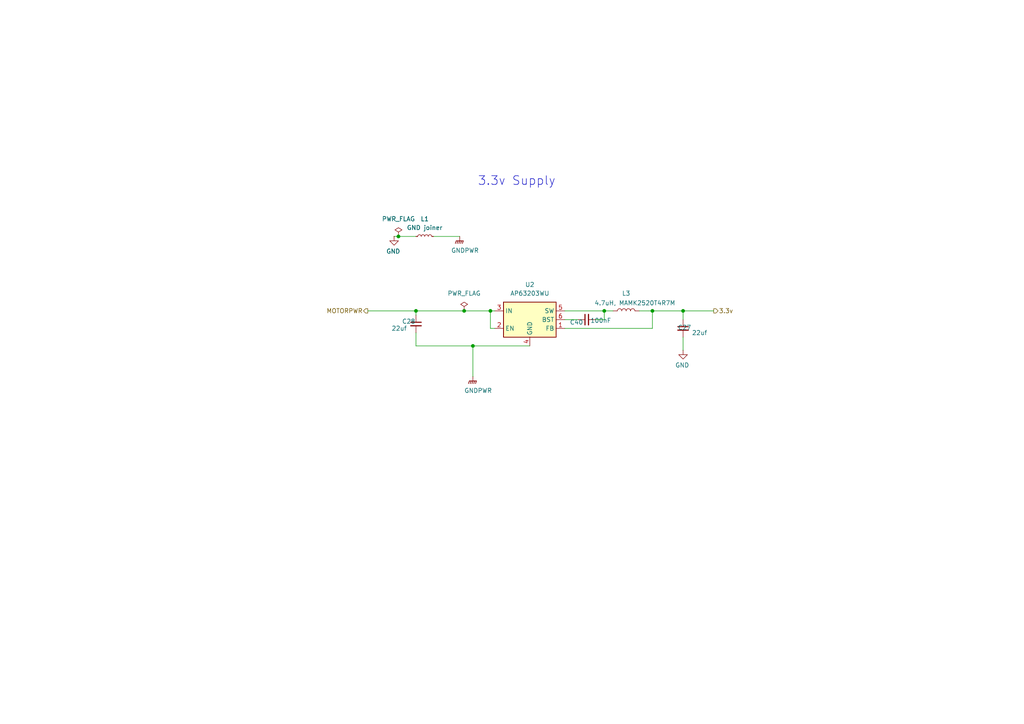
<source format=kicad_sch>
(kicad_sch (version 20231120) (generator "eeschema") (generator_version "8.0")
  (paper "A4")
  (title_block (date "2024-03-29") (rev "V1 Alpha"))
  (lib_symbols
    (symbol "Device:C_Small" (pin_numbers hide) (pin_names (offset 0.254) hide)
      (property "Reference" "C" (at 0.254 1.778 0))
      (property "Value" "C_Small" (at 0.254 -2.032 0))
      (symbol "C_Small_0_1"
        (polyline (pts (xy -1.524 -0.508) (xy 1.524 -0.508)) (stroke (width 0.3302)))
        (polyline (pts (xy -1.524 0.508) (xy 1.524 0.508)) (stroke (width 0.3048)))
      )
      (symbol "C_Small_1_1"
        (pin passive line (at 0 2.54 270) (length 2.032) (name "~") (number "1"))
        (pin passive line (at 0 -2.54 90) (length 2.032) (name "~") (number "2"))
      )
    )
    (symbol "Device:L" (pin_numbers hide) (pin_names (offset 1.016) hide)
      (property "Reference" "L" (at -1.27 0 90))
      (property "Value" "L" (at 1.905 0 90))
      (symbol "L_0_1"
        (arc (start 0 -2.54) (mid 0.6323 -1.905) (end 0 -1.27))
        (arc (start 0 -1.27) (mid 0.6323 -0.635) (end 0 0))
        (arc (start 0 0) (mid 0.6323 0.635) (end 0 1.27))
        (arc (start 0 1.27) (mid 0.6323 1.905) (end 0 2.54))
      )
      (symbol "L_1_1"
        (pin passive line (at 0 3.81 270) (length 1.27) (name "1") (number "1"))
        (pin passive line (at 0 -3.81 90) (length 1.27) (name "2") (number "2"))
      )
    )
    (symbol "Device:L_Small" (pin_numbers hide) (pin_names (offset 0.254) hide)
      (property "Reference" "L" (at 0.762 1.016 0))
      (property "Value" "L_Small" (at 0.762 -1.016 0))
      (symbol "L_Small_0_1"
        (arc (start 0 -2.032) (mid 0.5058 -1.524) (end 0 -1.016))
        (arc (start 0 -1.016) (mid 0.5058 -0.508) (end 0 0))
        (arc (start 0 0) (mid 0.5058 0.508) (end 0 1.016))
        (arc (start 0 1.016) (mid 0.5058 1.524) (end 0 2.032))
      )
      (symbol "L_Small_1_1"
        (pin passive line (at 0 2.54 270) (length 0.508) (name "~") (number "1"))
        (pin passive line (at 0 -2.54 90) (length 0.508) (name "~") (number "2"))
      )
    )
    (symbol "Regulator_Switching:AP63203WU"
      (property "Reference" "U" (at -7.62 6.35 0))
      (property "Value" "AP63203WU" (at 2.54 6.35 0))
      (symbol "AP63203WU_0_1"
        (rectangle (start -7.62 5.08) (end 7.62 -5.08) (stroke (width 0.254)) (fill (type background)))
      )
      (symbol "AP63203WU_1_1"
        (pin input line (at 10.16 -2.54 180) (length 2.54) (name "FB") (number "1"))
        (pin input line (at -10.16 -2.54 0) (length 2.54) (name "EN") (number "2"))
        (pin power_in line (at -10.16 2.54 0) (length 2.54) (name "IN") (number "3"))
        (pin power_in line (at 0 -7.62 90) (length 2.54) (name "GND") (number "4"))
        (pin output line (at 10.16 2.54 180) (length 2.54) (name "SW") (number "5"))
        (pin passive line (at 10.16 0 180) (length 2.54) (name "BST") (number "6"))
      )
    )
    (symbol "power:GND" (power) (pin_numbers hide) (pin_names (offset 0) hide)
      (property "Value" "GND" (at 0 -3.81 0))
      (symbol "GND_0_1"
        (polyline (pts (xy 0 0) (xy 0 -1.27) (xy 1.27 -1.27) (xy 0 -2.54) (xy -1.27 -1.27) (xy 0 -1.27)))
      )
      (symbol "GND_1_1"
        (pin power_in line (at 0 0 270) (length 0) (name "~") (number "1"))
      )
    )
    (symbol "power:GNDPWR" (power) (pin_numbers hide) (pin_names (offset 0) hide)
      (property "Value" "GNDPWR" (at 0 -3.302 0))
      (symbol "GNDPWR_0_1"
        (polyline (pts (xy 0 -1.27) (xy 0 0)))
        (polyline (pts (xy -1.016 -1.27) (xy -1.27 -2.032) (xy -1.27 -2.032)) (stroke (width 0.2032)))
        (polyline (pts (xy -0.508 -1.27) (xy -0.762 -2.032) (xy -0.762 -2.032)) (stroke (width 0.2032)))
        (polyline (pts (xy 0 -1.27) (xy -0.254 -2.032) (xy -0.254 -2.032)) (stroke (width 0.2032)))
        (polyline (pts (xy 0.508 -1.27) (xy 0.254 -2.032) (xy 0.254 -2.032)) (stroke (width 0.2032)))
        (polyline (pts (xy 1.016 -1.27) (xy -1.016 -1.27) (xy -1.016 -1.27)) (stroke (width 0.2032)))
        (polyline (pts (xy 1.016 -1.27) (xy 0.762 -2.032) (xy 0.762 -2.032) (xy 0.762 -2.032)) (stroke (width 0.2032)))
      )
      (symbol "GNDPWR_1_1"
        (pin power_in line (at 0 0 270) (length 0) (name "~") (number "1"))
      )
    )
    (symbol "power:PWR_FLAG" (power) (pin_numbers hide) (pin_names (offset 0) hide)
      (property "Value" "PWR_FLAG" (at 0 3.81 0))
      (symbol "PWR_FLAG_0_0"
        (pin power_out line (at 0 0 90) (length 0) (name "~") (number "1"))
      )
      (symbol "PWR_FLAG_0_1"
        (polyline (pts (xy 0 0) (xy 0 1.27) (xy -1.016 1.905) (xy 0 2.54) (xy 1.016 1.905) (xy 0 1.27)))
      )
    )
  )
  (junction (at 175.26 90.17))
  (junction (at 142.24 90.17))
  (junction (at 137.16 100.33))
  (junction (at 120.65 90.17))
  (junction (at 134.62 90.17))
  (junction (at 198.12 90.17))
  (junction (at 189.23 90.17))
  (junction (at 115.57 68.58))
  (wire (pts (xy 120.65 96.52) (xy 120.65 100.33)))
  (wire (pts (xy 198.12 97.79) (xy 198.12 101.6)))
  (wire (pts (xy 185.42 90.17) (xy 189.23 90.17)))
  (wire (pts (xy 125.73 68.58) (xy 133.35 68.58)))
  (wire (pts (xy 106.68 90.17) (xy 120.65 90.17)))
  (wire (pts (xy 175.26 92.71) (xy 175.26 90.17)))
  (wire (pts (xy 142.24 95.25) (xy 143.51 95.25)))
  (wire (pts (xy 163.83 92.71) (xy 167.64 92.71)))
  (wire (pts (xy 142.24 90.17) (xy 143.51 90.17)))
  (wire (pts (xy 120.65 90.17) (xy 134.62 90.17)))
  (wire (pts (xy 137.16 100.33) (xy 137.16 109.22)))
  (wire (pts (xy 189.23 95.25) (xy 189.23 90.17)))
  (wire (pts (xy 114.3 68.58) (xy 115.57 68.58)))
  (wire (pts (xy 189.23 90.17) (xy 198.12 90.17)))
  (wire (pts (xy 134.62 90.17) (xy 142.24 90.17)))
  (wire (pts (xy 163.83 90.17) (xy 175.26 90.17)))
  (wire (pts (xy 120.65 100.33) (xy 137.16 100.33)))
  (wire (pts (xy 177.8 90.17) (xy 175.26 90.17)))
  (wire (pts (xy 198.12 90.17) (xy 207.01 90.17)))
  (wire (pts (xy 163.83 95.25) (xy 189.23 95.25)))
  (wire (pts (xy 120.65 91.44) (xy 120.65 90.17)))
  (wire (pts (xy 153.67 100.33) (xy 137.16 100.33)))
  (wire (pts (xy 198.12 92.71) (xy 198.12 90.17)))
  (wire (pts (xy 115.57 68.58) (xy 120.65 68.58)))
  (wire (pts (xy 142.24 90.17) (xy 142.24 95.25)))
  (wire (pts (xy 175.26 92.71) (xy 172.72 92.71)))
  (text "3.3v Supply" (at 149.86 52.578 0) (effects (font (size 2.54 2.54))))
  (hierarchical_label "MOTORPWR" (shape output) (at 106.68 90.17 180))
  (hierarchical_label "3.3v" (shape output) (at 207.01 90.17 0))
  (symbol (lib_id "power:GND") (at 198.12 101.6 0) (unit 1)
    (property "Reference" "#PWR05" (effects (hide yes)))
    (property "Value" "GND" (at 197.866 105.918 0))
    (property "Description" "Power symbol creates a global label with name \"GND\" , ground" (effects (hide yes)))
  )
  (symbol (lib_id "Device:L") (at 181.61 90.17 90) (unit 1)
    (property "Reference" "L3" (at 181.61 85.09 90))
    (property "Value" "4.7uH, MAMK2520T4R7M" (at 184.15 87.884 90))
    (property "Footprint" "Inductor_SMD:L_1008_2520Metric" (effects (hide yes)))
    (property "Description" "Inductor" (effects (hide yes)))
  )
  (symbol (lib_id "power:GNDPWR") (at 137.16 109.22 0) (unit 1)
    (property "Reference" "#PWR038" (effects (hide yes)))
    (property "Value" "GNDPWR" (at 138.684 113.284 0))
    (property "Description" "Power symbol creates a global label with name \"GNDPWR\" , global ground" (effects (hide yes)))
  )
  (symbol (lib_id "power:PWR_FLAG") (at 115.57 68.58 0) (unit 1)
    (property "Reference" "#FLG09" (effects (hide yes)))
    (property "Value" "PWR_FLAG" (at 115.57 63.5 0))
    (property "Description" "Special symbol for telling ERC where power comes from" (effects (hide yes)))
  )
  (symbol (lib_id "power:GND") (at 114.3 68.58 0) (unit 1)
    (property "Reference" "#PWR011" (effects (hide yes)))
    (property "Value" "GND" (at 114.046 72.898 0))
    (property "Description" "Power symbol creates a global label with name \"GND\" , ground" (effects (hide yes)))
  )
  (symbol (lib_id "Device:C_Small") (at 170.18 92.71 90) (unit 1)
    (property "Reference" "C40" (at 169.164 93.472 90) (effects (justify left)))
    (property "Value" "100nF" (at 177.292 92.964 90) (effects (justify left)))
    (property "Footprint" "Capacitor_SMD:C_0603_1608Metric" (effects (hide yes)))
    (property "Description" "Unpolarized capacitor, small symbol" (effects (hide yes)))
  )
  (symbol (lib_id "Device:C_Small") (at 120.65 93.98 0) (unit 1)
    (property "Reference" "C28" (at 116.586 93.218 0) (effects (justify left)))
    (property "Value" "22uf" (at 113.538 95.25 0) (effects (justify left)))
    (property "Footprint" "Capacitor_SMD:C_0603_1608Metric" (effects (hide yes)))
    (property "Description" "Unpolarized capacitor, small symbol" (effects (hide yes)))
  )
  (symbol (lib_id "Regulator_Switching:AP63203WU") (at 153.67 92.71 0) (unit 1)
    (property "Reference" "U2" (at 153.67 82.55 0))
    (property "Value" "AP63203WU" (at 153.67 85.09 0))
    (property "Footprint" "Package_TO_SOT_SMD:TSOT-23-6" (effects (hide yes)))
    (property "Datasheet" "https://www.diodes.com/assets/Datasheets/AP63200-AP63201-AP63203-AP63205.pdf" (effects (hide yes)))
    (property "Description" "2A, 1.1MHz Buck DC/DC Converter, fixed 3.3V output voltage, TSOT-23-6" (effects (hide yes)))
  )
  (symbol (lib_id "Device:L_Small") (at 123.19 68.58 90) (unit 1)
    (property "Reference" "L1" (at 123.19 63.5 90))
    (property "Value" "GND joiner" (at 123.19 66.04 90))
    (property "Footprint" "Jumper:SolderJumper-2_P1.3mm_Bridged_Pad1.0x1.5mm" (effects (hide yes)))
    (property "Description" "Inductor, small symbol" (effects (hide yes)))
  )
  (symbol (lib_id "Device:C_Small") (at 198.12 95.25 0) (unit 1)
    (property "Reference" "C27" (at 196.596 94.996 0) (effects (justify left)))
    (property "Value" "22uf" (at 200.66 96.5262 0) (effects (justify left)))
    (property "Footprint" "Capacitor_SMD:C_0603_1608Metric" (effects (hide yes)))
    (property "Description" "Unpolarized capacitor, small symbol" (effects (hide yes)))
  )
  (symbol (lib_id "power:GNDPWR") (at 133.35 68.58 0) (unit 1)
    (property "Reference" "#PWR012" (effects (hide yes)))
    (property "Value" "GNDPWR" (at 134.874 72.644 0))
    (property "Description" "Power symbol creates a global label with name \"GNDPWR\" , global ground" (effects (hide yes)))
  )
  (symbol (lib_id "power:PWR_FLAG") (at 134.62 90.17 0) (unit 1)
    (property "Reference" "#FLG02" (effects (hide yes)))
    (property "Value" "PWR_FLAG" (at 134.62 85.09 0))
    (property "Description" "Special symbol for telling ERC where power comes from" (effects (hide yes)))
  )
)
</source>
